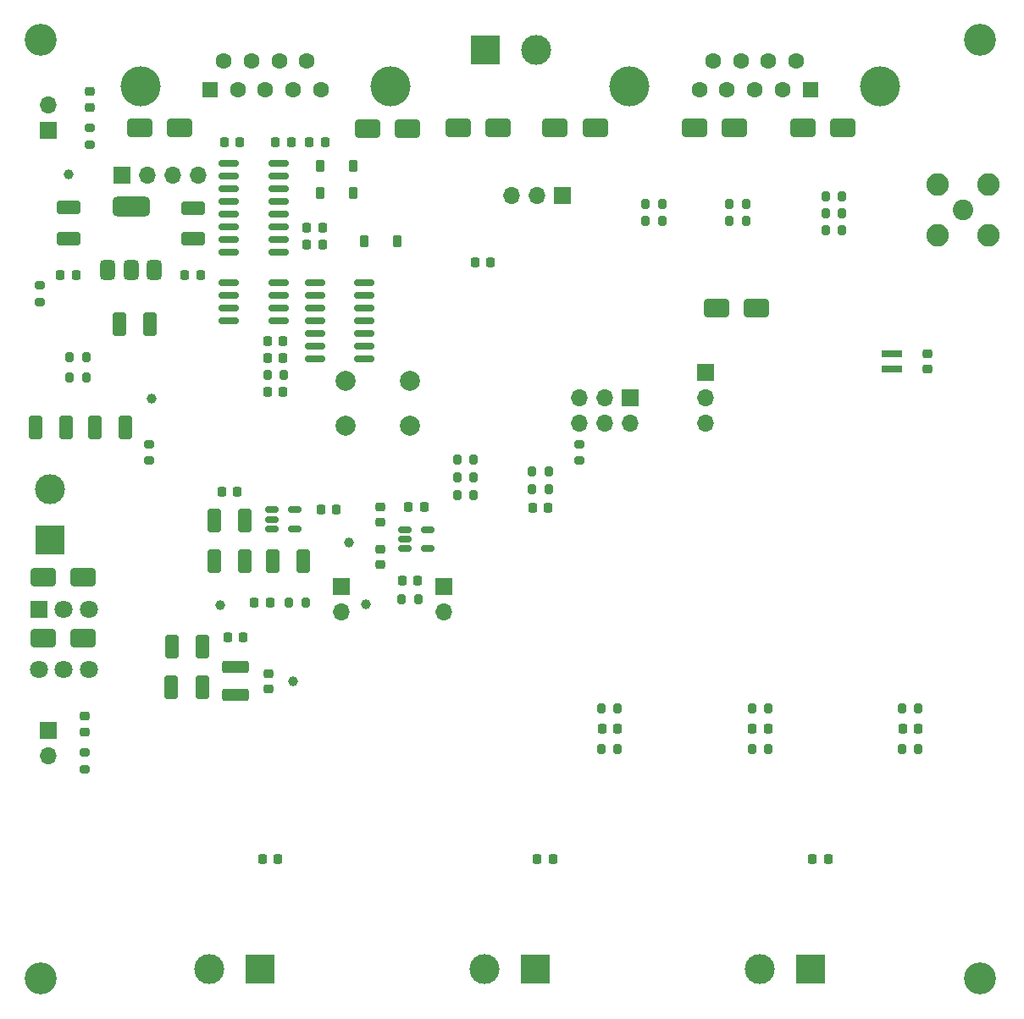
<source format=gbr>
%TF.GenerationSoftware,KiCad,Pcbnew,8.0.3*%
%TF.CreationDate,2024-12-23T21:53:11+08:00*%
%TF.ProjectId,Explorer,4578706c-6f72-4657-922e-6b696361645f,rev?*%
%TF.SameCoordinates,Original*%
%TF.FileFunction,Soldermask,Bot*%
%TF.FilePolarity,Negative*%
%FSLAX46Y46*%
G04 Gerber Fmt 4.6, Leading zero omitted, Abs format (unit mm)*
G04 Created by KiCad (PCBNEW 8.0.3) date 2024-12-23 21:53:11*
%MOMM*%
%LPD*%
G01*
G04 APERTURE LIST*
G04 Aperture macros list*
%AMRoundRect*
0 Rectangle with rounded corners*
0 $1 Rounding radius*
0 $2 $3 $4 $5 $6 $7 $8 $9 X,Y pos of 4 corners*
0 Add a 4 corners polygon primitive as box body*
4,1,4,$2,$3,$4,$5,$6,$7,$8,$9,$2,$3,0*
0 Add four circle primitives for the rounded corners*
1,1,$1+$1,$2,$3*
1,1,$1+$1,$4,$5*
1,1,$1+$1,$6,$7*
1,1,$1+$1,$8,$9*
0 Add four rect primitives between the rounded corners*
20,1,$1+$1,$2,$3,$4,$5,0*
20,1,$1+$1,$4,$5,$6,$7,0*
20,1,$1+$1,$6,$7,$8,$9,0*
20,1,$1+$1,$8,$9,$2,$3,0*%
G04 Aperture macros list end*
%ADD10C,4.000000*%
%ADD11R,1.600000X1.600000*%
%ADD12C,1.600000*%
%ADD13R,1.700000X1.700000*%
%ADD14O,1.700000X1.700000*%
%ADD15R,3.000000X3.000000*%
%ADD16C,3.000000*%
%ADD17R,1.800000X1.800000*%
%ADD18C,1.800000*%
%ADD19C,3.200000*%
%ADD20C,2.050000*%
%ADD21C,2.250000*%
%ADD22C,2.000000*%
%ADD23RoundRect,0.250000X-0.925000X0.412500X-0.925000X-0.412500X0.925000X-0.412500X0.925000X0.412500X0*%
%ADD24RoundRect,0.200000X0.275000X-0.200000X0.275000X0.200000X-0.275000X0.200000X-0.275000X-0.200000X0*%
%ADD25RoundRect,0.200000X-0.200000X-0.275000X0.200000X-0.275000X0.200000X0.275000X-0.200000X0.275000X0*%
%ADD26RoundRect,0.225000X0.225000X0.250000X-0.225000X0.250000X-0.225000X-0.250000X0.225000X-0.250000X0*%
%ADD27RoundRect,0.250000X0.925000X-0.412500X0.925000X0.412500X-0.925000X0.412500X-0.925000X-0.412500X0*%
%ADD28RoundRect,0.200000X0.200000X0.275000X-0.200000X0.275000X-0.200000X-0.275000X0.200000X-0.275000X0*%
%ADD29RoundRect,0.250000X0.412500X0.925000X-0.412500X0.925000X-0.412500X-0.925000X0.412500X-0.925000X0*%
%ADD30RoundRect,0.225000X-0.225000X-0.250000X0.225000X-0.250000X0.225000X0.250000X-0.225000X0.250000X0*%
%ADD31C,1.000000*%
%ADD32RoundRect,0.250000X-0.412500X-0.925000X0.412500X-0.925000X0.412500X0.925000X-0.412500X0.925000X0*%
%ADD33RoundRect,0.250000X1.000000X0.650000X-1.000000X0.650000X-1.000000X-0.650000X1.000000X-0.650000X0*%
%ADD34RoundRect,0.200000X-0.275000X0.200000X-0.275000X-0.200000X0.275000X-0.200000X0.275000X0.200000X0*%
%ADD35RoundRect,0.225000X-0.250000X0.225000X-0.250000X-0.225000X0.250000X-0.225000X0.250000X0.225000X0*%
%ADD36RoundRect,0.150000X-0.512500X-0.150000X0.512500X-0.150000X0.512500X0.150000X-0.512500X0.150000X0*%
%ADD37R,2.000000X0.800000*%
%ADD38RoundRect,0.218750X0.256250X-0.218750X0.256250X0.218750X-0.256250X0.218750X-0.256250X-0.218750X0*%
%ADD39RoundRect,0.225000X-0.225000X-0.375000X0.225000X-0.375000X0.225000X0.375000X-0.225000X0.375000X0*%
%ADD40RoundRect,0.375000X0.375000X-0.625000X0.375000X0.625000X-0.375000X0.625000X-0.375000X-0.625000X0*%
%ADD41RoundRect,0.500000X1.400000X-0.500000X1.400000X0.500000X-1.400000X0.500000X-1.400000X-0.500000X0*%
%ADD42RoundRect,0.150000X0.825000X0.150000X-0.825000X0.150000X-0.825000X-0.150000X0.825000X-0.150000X0*%
%ADD43RoundRect,0.250000X-1.075000X0.375000X-1.075000X-0.375000X1.075000X-0.375000X1.075000X0.375000X0*%
%ADD44RoundRect,0.218750X0.218750X0.256250X-0.218750X0.256250X-0.218750X-0.256250X0.218750X-0.256250X0*%
%ADD45RoundRect,0.225000X0.250000X-0.225000X0.250000X0.225000X-0.250000X0.225000X-0.250000X-0.225000X0*%
%ADD46RoundRect,0.225000X0.225000X0.375000X-0.225000X0.375000X-0.225000X-0.375000X0.225000X-0.375000X0*%
%ADD47RoundRect,0.218750X-0.218750X-0.256250X0.218750X-0.256250X0.218750X0.256250X-0.218750X0.256250X0*%
%ADD48RoundRect,0.250000X-1.000000X-0.650000X1.000000X-0.650000X1.000000X0.650000X-1.000000X0.650000X0*%
G04 APERTURE END LIST*
D10*
%TO.C,J8*%
X131960000Y-67700000D03*
X106960000Y-67700000D03*
D11*
X125000000Y-68000000D03*
D12*
X122230000Y-68000000D03*
X119460000Y-68000000D03*
X116690000Y-68000000D03*
X113920000Y-68000000D03*
X123615000Y-65160000D03*
X120845000Y-65160000D03*
X118075000Y-65160000D03*
X115305000Y-65160000D03*
%TD*%
D13*
%TO.C,JP4*%
X48800000Y-72075000D03*
D14*
X48800000Y-69535000D03*
%TD*%
D15*
%TO.C,J11*%
X125000000Y-155950000D03*
D16*
X119920000Y-155950000D03*
%TD*%
D13*
%TO.C,J5*%
X100240000Y-78625000D03*
D14*
X97700000Y-78625000D03*
X95160000Y-78625000D03*
%TD*%
D13*
%TO.C,JP3*%
X48800000Y-132100000D03*
D14*
X48800000Y-134640000D03*
%TD*%
D17*
%TO.C,SW1*%
X47900000Y-119970000D03*
D18*
X50400000Y-119970000D03*
X52900000Y-119970000D03*
X47900000Y-125970000D03*
X50400000Y-125970000D03*
X52900000Y-125970000D03*
%TD*%
D19*
%TO.C,H3*%
X141950000Y-156950000D03*
%TD*%
D13*
%TO.C,U8*%
X56190000Y-76600000D03*
D14*
X58730000Y-76600000D03*
X61270000Y-76600000D03*
X63810000Y-76600000D03*
%TD*%
D19*
%TO.C,H4*%
X48050000Y-156950000D03*
%TD*%
%TO.C,H2*%
X141950000Y-63050000D03*
%TD*%
D13*
%TO.C,J2*%
X107000000Y-98800000D03*
D14*
X107000000Y-101340000D03*
X104460000Y-98800000D03*
X104460000Y-101340000D03*
X101920000Y-98800000D03*
X101920000Y-101340000D03*
%TD*%
D20*
%TO.C,J3*%
X140300000Y-80000000D03*
D21*
X137760000Y-77460000D03*
X137760000Y-82540000D03*
X142840000Y-77460000D03*
X142840000Y-82540000D03*
%TD*%
D15*
%TO.C,J4*%
X92500000Y-64000000D03*
D16*
X97580000Y-64000000D03*
%TD*%
D19*
%TO.C,H1*%
X48050000Y-63050000D03*
%TD*%
D13*
%TO.C,JP2*%
X78100000Y-117725000D03*
D14*
X78100000Y-120265000D03*
%TD*%
D13*
%TO.C,JP1*%
X88400000Y-117725000D03*
D14*
X88400000Y-120265000D03*
%TD*%
D22*
%TO.C,SW2*%
X85030000Y-101650000D03*
X78530000Y-101650000D03*
X85030000Y-97150000D03*
X78530000Y-97150000D03*
%TD*%
D10*
%TO.C,J7*%
X83040000Y-67700000D03*
X58040000Y-67700000D03*
D11*
X65000000Y-68000000D03*
D12*
X67770000Y-68000000D03*
X70540000Y-68000000D03*
X73310000Y-68000000D03*
X76080000Y-68000000D03*
X66385000Y-65160000D03*
X69155000Y-65160000D03*
X71925000Y-65160000D03*
X74695000Y-65160000D03*
%TD*%
D15*
%TO.C,J10*%
X97500000Y-155950000D03*
D16*
X92420000Y-155950000D03*
%TD*%
D13*
%TO.C,J6*%
X114500000Y-96300000D03*
D14*
X114500000Y-98840000D03*
X114500000Y-101380000D03*
%TD*%
D15*
%TO.C,J9*%
X70000000Y-155950000D03*
D16*
X64920000Y-155950000D03*
%TD*%
D15*
%TO.C,J1*%
X49000000Y-113060000D03*
D16*
X49000000Y-107980000D03*
%TD*%
D23*
%TO.C,C34*%
X63285000Y-79862500D03*
X63285000Y-82937500D03*
%TD*%
D24*
%TO.C,R11*%
X47987500Y-89225000D03*
X47987500Y-87575000D03*
%TD*%
D25*
%TO.C,R75*%
X104120000Y-129900000D03*
X105770000Y-129900000D03*
%TD*%
D26*
%TO.C,C5*%
X67750000Y-108225000D03*
X66200000Y-108225000D03*
%TD*%
%TO.C,C53*%
X76250000Y-81850000D03*
X74700000Y-81850000D03*
%TD*%
D27*
%TO.C,C31*%
X50830000Y-82892500D03*
X50830000Y-79817500D03*
%TD*%
D25*
%TO.C,R92*%
X89725000Y-106800000D03*
X91375000Y-106800000D03*
%TD*%
D26*
%TO.C,C41*%
X72325000Y-93150000D03*
X70775000Y-93150000D03*
%TD*%
%TO.C,C32*%
X51605000Y-86560000D03*
X50055000Y-86560000D03*
%TD*%
D28*
%TO.C,R7*%
X74575000Y-119340000D03*
X72925000Y-119340000D03*
%TD*%
D26*
%TO.C,C50*%
X67975000Y-73300000D03*
X66425000Y-73300000D03*
%TD*%
D29*
%TO.C,C16*%
X68490000Y-115150000D03*
X65415000Y-115150000D03*
%TD*%
D30*
%TO.C,C77*%
X97250000Y-109800000D03*
X98800000Y-109800000D03*
%TD*%
D28*
%TO.C,R95*%
X98850000Y-108000000D03*
X97200000Y-108000000D03*
%TD*%
D30*
%TO.C,C33*%
X62510000Y-86560000D03*
X64060000Y-86560000D03*
%TD*%
D25*
%TO.C,R91*%
X89725000Y-105025000D03*
X91375000Y-105025000D03*
%TD*%
D28*
%TO.C,R21*%
X72375000Y-96550000D03*
X70725000Y-96550000D03*
%TD*%
D31*
%TO.C,TP3*%
X78900000Y-113300000D03*
%TD*%
D32*
%TO.C,C29*%
X61150000Y-127800000D03*
X64225000Y-127800000D03*
%TD*%
D33*
%TO.C,D18*%
X117400000Y-71800000D03*
X113400000Y-71800000D03*
%TD*%
D31*
%TO.C,TP5*%
X59200000Y-98900000D03*
%TD*%
D30*
%TO.C,C70*%
X104170000Y-131935000D03*
X105720000Y-131935000D03*
%TD*%
D31*
%TO.C,TP1*%
X66000000Y-119600000D03*
%TD*%
D28*
%TO.C,R2*%
X52625000Y-94785000D03*
X50975000Y-94785000D03*
%TD*%
D30*
%TO.C,C44*%
X70775000Y-98250000D03*
X72325000Y-98250000D03*
%TD*%
D32*
%TO.C,C8*%
X53462500Y-101800000D03*
X56537500Y-101800000D03*
%TD*%
D34*
%TO.C,R12*%
X58900000Y-103475000D03*
X58900000Y-105125000D03*
%TD*%
D25*
%TO.C,R33*%
X116950000Y-81150000D03*
X118600000Y-81150000D03*
%TD*%
%TO.C,R31*%
X126525000Y-80375000D03*
X128175000Y-80375000D03*
%TD*%
D33*
%TO.C,D1*%
X52300000Y-122892500D03*
X48300000Y-122892500D03*
%TD*%
D35*
%TO.C,C21*%
X82050000Y-113950000D03*
X82050000Y-115500000D03*
%TD*%
D36*
%TO.C,U3*%
X84495000Y-113900000D03*
X84495000Y-112950000D03*
X84495000Y-112000000D03*
X86770000Y-112000000D03*
X86770000Y-113900000D03*
%TD*%
D29*
%TO.C,C2*%
X68490000Y-111077500D03*
X65415000Y-111077500D03*
%TD*%
D25*
%TO.C,R34*%
X116945000Y-79455000D03*
X118595000Y-79455000D03*
%TD*%
D37*
%TO.C,BT1*%
X133150000Y-95920000D03*
X133150000Y-94420000D03*
%TD*%
D35*
%TO.C,C4*%
X82050000Y-109725000D03*
X82050000Y-111275000D03*
%TD*%
D28*
%TO.C,R85*%
X120825000Y-133970000D03*
X119175000Y-133970000D03*
%TD*%
D38*
%TO.C,D7*%
X53000000Y-69800000D03*
X53000000Y-68225000D03*
%TD*%
D39*
%TO.C,D16*%
X76050000Y-75620000D03*
X79350000Y-75620000D03*
%TD*%
D40*
%TO.C,U6*%
X59400000Y-86040000D03*
X57100000Y-86040000D03*
D41*
X57100000Y-79740000D03*
D40*
X54800000Y-86040000D03*
%TD*%
D25*
%TO.C,R77*%
X134175000Y-129900000D03*
X135825000Y-129900000D03*
%TD*%
D33*
%TO.C,D9*%
X93800000Y-71800000D03*
X89800000Y-71800000D03*
%TD*%
D34*
%TO.C,R10*%
X52450000Y-134347500D03*
X52450000Y-135997500D03*
%TD*%
D42*
%TO.C,U13*%
X71825000Y-75395000D03*
X71825000Y-76665000D03*
X71825000Y-77935000D03*
X71825000Y-79205000D03*
X71825000Y-80475000D03*
X71825000Y-81745000D03*
X71825000Y-83015000D03*
X71825000Y-84285000D03*
X66875000Y-84285000D03*
X66875000Y-83015000D03*
X66875000Y-81745000D03*
X66875000Y-80475000D03*
X66875000Y-79205000D03*
X66875000Y-77935000D03*
X66875000Y-76665000D03*
X66875000Y-75395000D03*
%TD*%
D28*
%TO.C,R94*%
X98850000Y-106200000D03*
X97200000Y-106200000D03*
%TD*%
D43*
%TO.C,L4*%
X67590000Y-125770000D03*
X67590000Y-128570000D03*
%TD*%
D32*
%TO.C,C28*%
X55962500Y-91500000D03*
X59037500Y-91500000D03*
%TD*%
D25*
%TO.C,R32*%
X126525000Y-82075000D03*
X128175000Y-82075000D03*
%TD*%
%TO.C,R93*%
X89725000Y-108575000D03*
X91375000Y-108575000D03*
%TD*%
D30*
%TO.C,C69*%
X70225000Y-144935000D03*
X71775000Y-144935000D03*
%TD*%
D25*
%TO.C,R76*%
X119175000Y-129900000D03*
X120825000Y-129900000D03*
%TD*%
D38*
%TO.C,D6*%
X52450000Y-132270000D03*
X52450000Y-130695000D03*
%TD*%
D35*
%TO.C,C25*%
X70830000Y-126395000D03*
X70830000Y-127945000D03*
%TD*%
D30*
%TO.C,C73*%
X119225000Y-131935000D03*
X120775000Y-131935000D03*
%TD*%
D33*
%TO.C,D8*%
X119655000Y-89870000D03*
X115655000Y-89870000D03*
%TD*%
D44*
%TO.C,D4*%
X85767500Y-117100000D03*
X84192500Y-117100000D03*
%TD*%
D28*
%TO.C,R84*%
X105770000Y-133970000D03*
X104120000Y-133970000D03*
%TD*%
D30*
%TO.C,C49*%
X74935000Y-73300000D03*
X76485000Y-73300000D03*
%TD*%
D33*
%TO.C,D21*%
X84750000Y-71875000D03*
X80750000Y-71875000D03*
%TD*%
D45*
%TO.C,C36*%
X136750000Y-95945000D03*
X136750000Y-94395000D03*
%TD*%
D25*
%TO.C,R28*%
X108550000Y-81150000D03*
X110200000Y-81150000D03*
%TD*%
D33*
%TO.C,D20*%
X62000000Y-71800000D03*
X58000000Y-71800000D03*
%TD*%
D24*
%TO.C,R96*%
X101920000Y-105125000D03*
X101920000Y-103475000D03*
%TD*%
D46*
%TO.C,D10*%
X83700000Y-83130000D03*
X80400000Y-83130000D03*
%TD*%
D28*
%TO.C,R6*%
X85825000Y-119000000D03*
X84175000Y-119000000D03*
%TD*%
D25*
%TO.C,R29*%
X108550000Y-79455000D03*
X110200000Y-79455000D03*
%TD*%
D26*
%TO.C,C14*%
X86407500Y-109750000D03*
X84857500Y-109750000D03*
%TD*%
D31*
%TO.C,TP6*%
X50830000Y-76465000D03*
%TD*%
D30*
%TO.C,C11*%
X76100000Y-110040000D03*
X77650000Y-110040000D03*
%TD*%
D42*
%TO.C,U11*%
X71825000Y-87350000D03*
X71825000Y-88620000D03*
X71825000Y-89890000D03*
X71825000Y-91160000D03*
X66875000Y-91160000D03*
X66875000Y-89890000D03*
X66875000Y-88620000D03*
X66875000Y-87350000D03*
%TD*%
D26*
%TO.C,C51*%
X73100000Y-73300000D03*
X71550000Y-73300000D03*
%TD*%
D47*
%TO.C,D5*%
X69452500Y-119330000D03*
X71027500Y-119330000D03*
%TD*%
D26*
%TO.C,C19*%
X68350000Y-122767500D03*
X66800000Y-122767500D03*
%TD*%
D48*
%TO.C,D2*%
X48345000Y-116800000D03*
X52345000Y-116800000D03*
%TD*%
D33*
%TO.C,D11*%
X103500000Y-71800000D03*
X99500000Y-71800000D03*
%TD*%
D30*
%TO.C,C52*%
X74700000Y-83550000D03*
X76250000Y-83550000D03*
%TD*%
%TO.C,C40*%
X70775000Y-94850000D03*
X72325000Y-94850000D03*
%TD*%
D25*
%TO.C,R1*%
X50975000Y-96800000D03*
X52625000Y-96800000D03*
%TD*%
D30*
%TO.C,C72*%
X97725000Y-144935000D03*
X99275000Y-144935000D03*
%TD*%
D31*
%TO.C,TP4*%
X73290000Y-127170000D03*
%TD*%
D30*
%TO.C,C75*%
X134225000Y-131935000D03*
X135775000Y-131935000D03*
%TD*%
D24*
%TO.C,R13*%
X53000000Y-73480000D03*
X53000000Y-71830000D03*
%TD*%
D42*
%TO.C,U10*%
X80445000Y-87350000D03*
X80445000Y-88620000D03*
X80445000Y-89890000D03*
X80445000Y-91160000D03*
X80445000Y-92430000D03*
X80445000Y-93700000D03*
X80445000Y-94970000D03*
X75495000Y-94970000D03*
X75495000Y-93700000D03*
X75495000Y-92430000D03*
X75495000Y-91160000D03*
X75495000Y-89890000D03*
X75495000Y-88620000D03*
X75495000Y-87350000D03*
%TD*%
D29*
%TO.C,C20*%
X74337500Y-115150000D03*
X71262500Y-115150000D03*
%TD*%
D36*
%TO.C,U2*%
X71200000Y-111940000D03*
X71200000Y-110990000D03*
X71200000Y-110040000D03*
X73475000Y-110040000D03*
X73475000Y-111940000D03*
%TD*%
D28*
%TO.C,R86*%
X135825000Y-133970000D03*
X134175000Y-133970000D03*
%TD*%
D48*
%TO.C,D19*%
X124250000Y-71800000D03*
X128250000Y-71800000D03*
%TD*%
D25*
%TO.C,R30*%
X126525000Y-78675000D03*
X128175000Y-78675000D03*
%TD*%
D30*
%TO.C,C74*%
X125225000Y-144935000D03*
X126775000Y-144935000D03*
%TD*%
D39*
%TO.C,D17*%
X76050000Y-78350000D03*
X79350000Y-78350000D03*
%TD*%
D26*
%TO.C,C46*%
X93050000Y-85325000D03*
X91500000Y-85325000D03*
%TD*%
D31*
%TO.C,TP2*%
X80575000Y-119525000D03*
%TD*%
D32*
%TO.C,C27*%
X61195000Y-123687500D03*
X64270000Y-123687500D03*
%TD*%
%TO.C,C10*%
X47562500Y-101800000D03*
X50637500Y-101800000D03*
%TD*%
M02*

</source>
